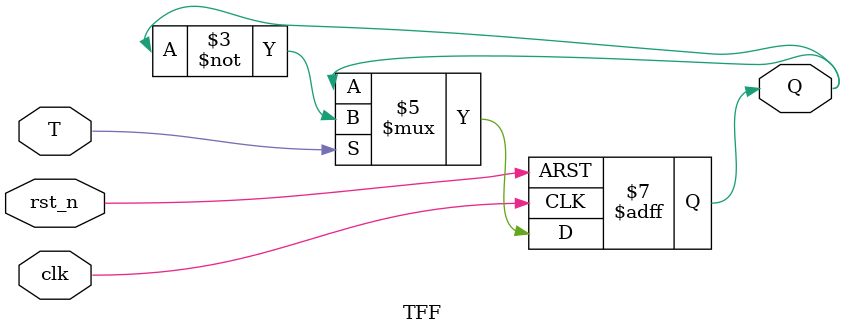
<source format=v>
`timescale 1ns / 1ps
module TFF(clk, rst_n, T, Q);

 input clk;
 input rst_n;
 input T;
 output reg Q;
 
 always @(posedge clk or negedge rst_n)
  begin
   if(~rst_n)
    Q <= 0;
   else if (T)
    Q <= ~Q;
   else 
    Q <= Q;
  end 
 
endmodule

</source>
